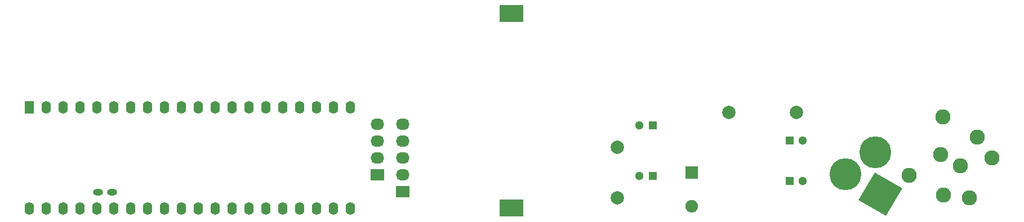
<source format=gbs>
%FSLAX46Y46*%
G04 Gerber Fmt 4.6, Leading zero omitted, Abs format (unit mm)*
G04 Created by KiCad (PCBNEW (2014-10-27 BZR 5228)-product) date 7/22/2015 6:22:50 PM*
%MOMM*%
G01*
G04 APERTURE LIST*
%ADD10C,0.100000*%
%ADD11R,1.400000X1.900000*%
%ADD12O,1.400000X1.900000*%
%ADD13R,3.599180X2.598420*%
%ADD14R,1.300000X1.300000*%
%ADD15C,1.300000*%
%ADD16C,4.800600*%
%ADD17C,2.286000*%
%ADD18R,1.905000X1.905000*%
%ADD19C,1.905000*%
%ADD20C,1.998980*%
%ADD21O,1.501140X1.000760*%
%ADD22R,2.032000X1.727200*%
%ADD23O,2.032000X1.727200*%
%ADD24C,2.000000*%
G04 APERTURE END LIST*
D10*
D11*
X2540000Y-32385000D03*
D12*
X5080000Y-32385000D03*
X7620000Y-32385000D03*
X10160000Y-32385000D03*
X12700000Y-32385000D03*
X15240000Y-32385000D03*
X17780000Y-32385000D03*
X20320000Y-32385000D03*
X22860000Y-32385000D03*
X25400000Y-32385000D03*
X27940000Y-32385000D03*
X30480000Y-32385000D03*
X33020000Y-32385000D03*
X35560000Y-32385000D03*
X38100000Y-32385000D03*
X40640000Y-32385000D03*
X43180000Y-32385000D03*
X45720000Y-32385000D03*
X48260000Y-32385000D03*
X50800000Y-32385000D03*
X50800000Y-47625000D03*
X48260000Y-47625000D03*
X45720000Y-47625000D03*
X43180000Y-47625000D03*
X40640000Y-47625000D03*
X38100000Y-47625000D03*
X35560000Y-47625000D03*
X33020000Y-47625000D03*
X30480000Y-47625000D03*
X27940000Y-47625000D03*
X25400000Y-47625000D03*
X22860000Y-47625000D03*
X20320000Y-47625000D03*
X17780000Y-47625000D03*
X15240000Y-47625000D03*
X12700000Y-47625000D03*
X10160000Y-47625000D03*
X7620000Y-47625000D03*
X5080000Y-47625000D03*
X2540000Y-47625000D03*
D13*
X75057000Y-47541180D03*
X75057000Y-18244820D03*
D14*
X116840000Y-37338000D03*
D15*
X118840000Y-37338000D03*
D14*
X116840000Y-43434000D03*
D15*
X118840000Y-43434000D03*
D14*
X96266000Y-42672000D03*
D15*
X94266000Y-42672000D03*
D14*
X96266000Y-35052000D03*
D15*
X94266000Y-35052000D03*
D16*
X125222000Y-42418000D03*
D10*
G36*
X127222420Y-46344571D02*
X129622720Y-42187129D01*
X133780162Y-44587429D01*
X131379862Y-48744871D01*
X127222420Y-46344571D01*
X127222420Y-46344571D01*
G37*
D16*
X129741734Y-39161591D03*
D17*
X134808384Y-42626409D03*
X139888384Y-33827591D03*
X139977690Y-45610909D03*
X145057690Y-36812091D03*
X143882776Y-45959101D03*
X147311776Y-40019899D03*
X142517690Y-41211500D03*
X139548089Y-39497000D03*
D18*
X102108000Y-42164000D03*
D19*
X102108000Y-47244000D03*
D20*
X117856000Y-33147000D03*
X107696000Y-33147000D03*
D21*
X12895580Y-45110400D03*
X14993620Y-45110400D03*
D22*
X58674000Y-45085000D03*
D23*
X58674000Y-42545000D03*
X58674000Y-40005000D03*
X58674000Y-37465000D03*
X58674000Y-34925000D03*
D22*
X54864000Y-42545000D03*
D23*
X54864000Y-40005000D03*
X54864000Y-37465000D03*
X54864000Y-34925000D03*
D24*
X90932000Y-45963840D03*
X90932000Y-38364160D03*
M02*

</source>
